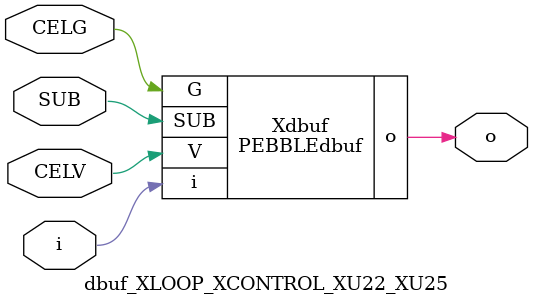
<source format=v>



module PEBBLEdbuf ( o, G, SUB, V, i );

  input V;
  input i;
  input G;
  output o;
  input SUB;
endmodule

//Celera Confidential Do Not Copy dbuf_XLOOP_XCONTROL_XU22_XU25
//Celera Confidential Symbol Generator
//Digital Buffer
module dbuf_XLOOP_XCONTROL_XU22_XU25 (CELV,CELG,i,o,SUB);
input CELV;
input CELG;
input i;
input SUB;
output o;

//Celera Confidential Do Not Copy dbuf
PEBBLEdbuf Xdbuf(
.V (CELV),
.i (i),
.o (o),
.SUB (SUB),
.G (CELG)
);
//,diesize,PEBBLEdbuf

//Celera Confidential Do Not Copy Module End
//Celera Schematic Generator
endmodule

</source>
